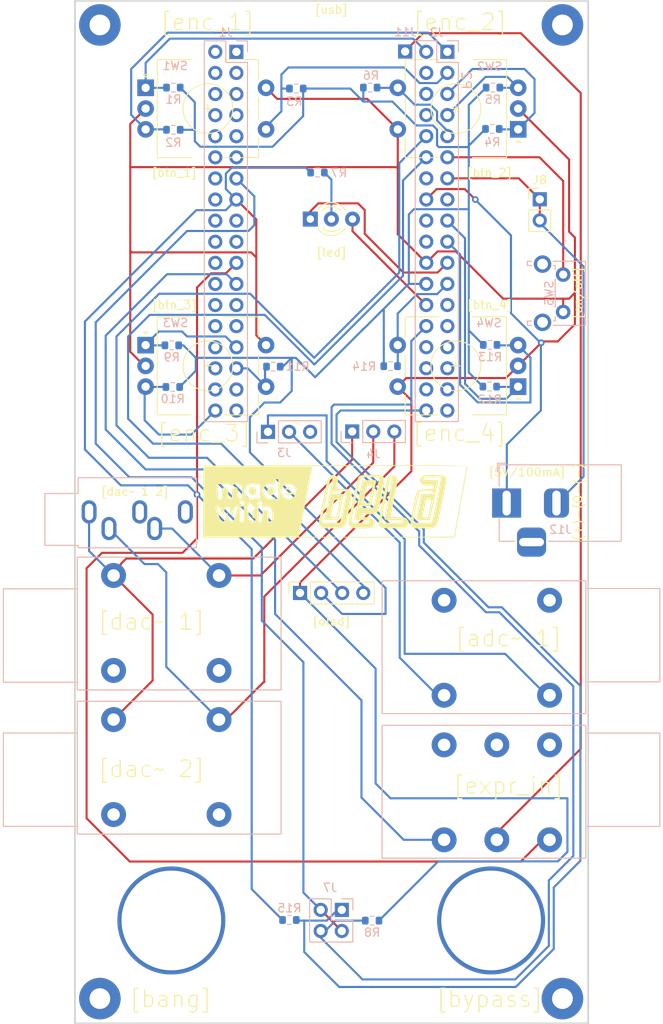
<source format=kicad_pcb>
(kicad_pcb (version 20211014) (generator pcbnew)
  (layers (0 "F.Cu" signal) (31 "B.Cu" signal) (34 "B.Paste" user) (35 "F.Paste" user) (36 "B.SilkS" user "B.Silkscreen") (37 "F.SilkS" user "F.Silkscreen") (38 "B.Mask" user) (39 "F.Mask" user) (44 "Edge.Cuts" user))
  (net 0 "")
  (net 20 "/5V")
  (net 27 "/15")
  (net 29 "/14")
  (net 30 "/1")
  (net 31 "/2")
  (net 40 "/3")
  (net 43 "/4")
  (net 45 "/5")
  (net 47 "/6")
  (net 48 "/7")
  (net 49 "/8")
  (net 50 "/9")
  (net 56 "/A0")
  (net 58 "/PB")
  (net 59 "/SCL")
  (net 60 "/11")
  (net 62 "GND")
  (net 63 "+3V3")
  (net 64 "/3.3V{slash}R")
  (net 65 "Net-(D1-Pad2)")
  (net 66 "/10")
  (net 67 "/13")
  (net 68 "/0")
  (net 69 "/SDA")
  (net 70 "/In_G")
  (net 71 "/In_L")
  (net 72 "/In_R")
  (net 73 "/Out_G")
  (net 74 "/Out_L")
  (net 75 "/Out_R")
  (net 76 "/12")
  (net 77 "/5v{slash}100mA")
  (footprint "" (layer "F.Cu") (at 121.6 36.2)
    (fp_text reference "Mounting Hole" hide)
    (fp_text value "2.5mm" hide)
  )
  (footprint "" (layer "F.Cu") (at 121.6 153.4)
    (fp_text reference "Mounting Hole" hide)
    (fp_text value "2.5mm" hide)
  )
  (footprint "" (layer "F.Cu") (at 113.01 143.995)
    (fp_text reference "Momentary Footswitch" hide)
    (fp_text value "PF4520 " hide)
  )
  (footprint "LED_THT:LED_D3.0mm-3" (layer "F.Cu") (at 91.24 59.57)
    (fp_text reference "D1" hide)
    (fp_text value "LED_Dual_AKA")
  )
  (footprint "Rotary_Encoder:RotaryEncoder_Alps_EC11E-Switch_Vertical_H20mm" (layer "F.Cu") (at 71.41 43.77)
    (fp_text reference "SW1")
    (fp_text value "RotaryEncoder_Switch")
  )
  (footprint "Rotary_Encoder:RotaryEncoder_Alps_EC11E-Switch_Vertical_H20mm" (layer "F.Cu") (at 71.41 74.74)
    (fp_text reference "SW3")
    (fp_text value "RotaryEncoder_Switch")
  )
  (footprint "Rotary_Encoder:RotaryEncoder_Alps_EC11E-Switch_Vertical_H20mm" (layer "F.Cu") (at 116.26 79.74 180)
    (fp_text reference "SW4")
    (fp_text value "RotaryEncoder_Switch")
  )
  (footprint "Rotary_Encoder:RotaryEncoder_Alps_EC11E-Switch_Vertical_H20mm" (layer "F.Cu") (at 116.27 48.77 180)
    (fp_text reference "SW2")
    (fp_text value "RotaryEncoder_Switch")
  )
  (footprint "Graphics:madewithbela" (layer "F.Cu") (at 94.07 93.59)
    (fp_text reference "G" hide)
    (fp_text value "LOGO" hide)
  )
  (footprint "Connector_PinHeader_2.54mm:PinHeader_1x02_P2.54mm_Vertical" (layer "F.Cu") (at 118.87 57.19)
    (fp_text reference "J8")
    (fp_text value "Conn_01x02_Male")
  )
  (footprint "" (layer "F.Cu") (at 65.9 153.4)
    (fp_text reference "Mounting Hole" hide)
    (fp_text value "2.5mm" hide)
  )
  (footprint "" (layer "F.Cu") (at 74.51 143.995)
    (fp_text reference "Momentary Footswitch" hide)
    (fp_text value "PF4520 " hide)
  )
  (footprint "Connector_PinSocket_2.54mm:PinSocket_1x04_P2.54mm_Vertical" (layer "F.Cu") (at 90 104.575 90)
    (fp_text reference "Brd1" hide)
    (fp_text value "SSD1306")
  )
  (footprint "" (layer "F.Cu") (at 65.9 36.2)
    (fp_text reference "Mounting Hole" hide)
    (fp_text value "2.5mm" hide)
  )
  (footprint "Connector_BarrelJack:BarrelJack_Horizontal" (layer "B.Cu") (at 114.88 93.7525 180)
    (fp_text reference "J12")
    (fp_text value "Jack-DC")
  )
  (footprint "Connector_PinSocket_2.54mm:PinSocket_1x03_P2.54mm_Vertical" (layer "B.Cu") (at 86.14 85.18 -90)
    (fp_text reference "J3")
    (fp_text value "Conn_01x03_Female")
  )
  (footprint "Resistor_SMD:R_0603_1608Metric" (layer "B.Cu") (at 74.68 79.78)
    (fp_text reference "R10")
    (fp_text value "10k")
  )
  (footprint "Resistor_SMD:R_0603_1608Metric" (layer "B.Cu") (at 98.45 43.74 180)
    (fp_text reference "R6")
    (fp_text value "10k")
  )
  (footprint "Resistor_SMD:R_0603_1608Metric" (layer "B.Cu") (at 112.84 79.73 180)
    (fp_text reference "R12")
    (fp_text value "10k")
  )
  (footprint "Connector_PinHeader_2.54mm:PinHeader_1x01_P2.54mm_Vertical" (layer "B.Cu") (at 102.66 39.4 180)
    (fp_text reference "J11")
    (fp_text value "Conn_01x01_Male")
  )
  (footprint "Resistor_SMD:R_0603_1608Metric" (layer "B.Cu") (at 89.555 43.86)
    (fp_text reference "R3")
    (fp_text value "10k")
  )
  (footprint "Resistor_SMD:R_0603_1608Metric" (layer "B.Cu") (at 113.16 48.72 180)
    (fp_text reference "R4")
    (fp_text value "10k")
  )
  (footprint "Connector_PinHeader_2.54mm:PinHeader_2x18_P2.54mm_Vertical" (layer "B.Cu") (at 107.74 39.43 180)
    (fp_text reference "J2")
    (fp_text value "Conn_02x18_Odd_Even")
  )
  (footprint "Resistor_SMD:R_0603_1608Metric" (layer "B.Cu") (at 74.75 48.82)
    (fp_text reference "R2")
    (fp_text value "10k")
  )
  (footprint "Resistor_SMD:R_0603_1608Metric" (layer "B.Cu") (at 74.56 74.77)
    (fp_text reference "R9")
    (fp_text value "10k")
  )
  (footprint "Resistor_SMD:R_0603_1608Metric" (layer "B.Cu") (at 112.89 74.71 180)
    (fp_text reference "R13")
    (fp_text value "10k")
  )
  (footprint "Resistor_SMD:R_0603_1608Metric" (layer "B.Cu") (at 113.23 43.74 180)
    (fp_text reference "R5")
    (fp_text value "10k")
  )
  (footprint "Resistor_SMD:R_0603_1608Metric" (layer "B.Cu") (at 100.91 77.27 180)
    (fp_text reference "R14")
    (fp_text value "10k")
  )
  (footprint "Resistor_SMD:R_0603_1608Metric" (layer "B.Cu") (at 98.685 144.01)
    (fp_text reference "R8")
    (fp_text value "10k")
  )
  (footprint "Connector_Audio:Jack_6.35mm_Neutrik_NRJ4HF_Horizontal" (layer "B.Cu") (at 107.35 116.885)
    (fp_text reference "J6" hide)
    (fp_text value "Input")
  )
  (footprint "Resistor_SMD:R_0603_1608Metric" (layer "B.Cu") (at 86.79 77.33)
    (fp_text reference "R11")
    (fp_text value "10k")
  )
  (footprint "Connector_Audio:Jack_6.35mm_Neutrik_NRJ4HF_Horizontal" (layer "B.Cu") (at 80.25 102.47 180)
    (fp_text reference "J5" hide)
    (fp_text value "Output L")
  )
  (footprint "Connector_PinHeader_2.54mm:PinHeader_2x18_P2.54mm_Vertical" (layer "B.Cu") (at 82.34 39.44 180)
    (fp_text reference "J1")
    (fp_text value "Conn_02x18_Odd_Even")
  )
  (footprint "Connector_Audio:Jack_3.5mm_CUI_SJ1-3535NG_Horizontal" (layer "B.Cu") (at 64.6 94.82 -90)
    (fp_text reference "Headphone Output (Stereo)" hide)
    (fp_text value "AudioJack3")
  )
  (footprint "Resistor_SMD:R_0603_1608Metric" (layer "B.Cu") (at 92.105 53.97)
    (fp_text reference "R7")
    (fp_text value "240R")
  )
  (footprint "Connector_PinHeader_2.54mm:PinHeader_2x02_P2.54mm_Vertical" (layer "B.Cu") (at 95.03 142.72 180)
    (fp_text reference "J7")
    (fp_text value "Conn_02x02_Odd_Even")
  )
  (footprint "Button_Switch_THT:SW_Tactile_SPST_Angled_PTS645Vx58-2LFS" (layer "B.Cu") (at 121.69 70.75 90)
    (fp_text reference "SW5")
    (fp_text value "SW_Push")
  )
  (footprint "Resistor_SMD:R_0603_1608Metric" (layer "B.Cu") (at 88.725 143.94 180)
    (fp_text reference "R15")
    (fp_text value "10k")
  )
  (footprint "Connector_PinSocket_2.54mm:PinSocket_1x03_P2.54mm_Vertical" (layer "B.Cu") (at 96.28 85.14 -90)
    (fp_text reference "J4")
    (fp_text value "Conn_01x03_Female")
  )
  (footprint "Connector_Audio:Jack_6.35mm_Neutrik_NRJ4HF_Horizontal" (layer "B.Cu") (at 80.25 119.815 180)
    (fp_text reference "J10" hide)
    (fp_text value "Output R")
  )
  (footprint "Connector_Audio:Jack_6.35mm_Neutrik_NRJ6HF_Horizontal" (layer "B.Cu") (at 107.35 134.285)
    (fp_text reference "J9" hide)
    (fp_text value "AudioJack3")
  )
  (footprint "Resistor_SMD:R_0603_1608Metric" (layer "B.Cu") (at 74.75 43.74)
    (fp_text reference "R1")
    (fp_text value "10k")
  )
  (gr_rect (start 124.7 33.3) (end 62.9 156.38) (layer "Edge.Cuts") (width 0.2) (fill none))
  (gr_text "P2" (at 109.3635 44.071 -90) (layer "B.SilkS") (effects (font (size 1.1176 1.1176) (thickness 0.1524)) (justify left bottom mirror)))
  (gr_text "[btn_1]" (at 74.86 54) (layer "F.SilkS") (effects (font (size 1 1))))
  (gr_text "[btn_2]" (at 112.82 54) (layer "F.SilkS") (effects (font (size 1 1))))
  (gr_text "[oled]" (at 93.79 108) (layer "F.SilkS") (effects (font (size 1 1))))
  (gr_text "[dac~ 1 2]" (at 70.11 92.36) (layer "F.SilkS") (effects (font (size 1 1))))
  (gr_text "[5V/100mA] \n" (at 117.725 90.025) (layer "F.SilkS") (effects (font (size 1 1))))
  (gr_text "[bang]" (at 74.43 153.43) (layer "F.SilkS") (effects (font (size 2 2))))
  (gr_text "[enc_2]" (at 109.27 35.84) (layer "F.SilkS") (effects (font (size 2 2))))
  (gr_text "(+)-(O-(-)" (at 123.475 93.625 90) (layer "F.SilkS") (effects (font (size 1 1))))
  (gr_text "[usb]" (at 93.78 34.35) (layer "F.SilkS") (effects (font (size 1 1))))
  (gr_text "[enc_3]" (at 78.45 85.35) (layer "F.SilkS") (effects (font (size 2 2))))
  (gr_text "[bypass]\n" (at 112.83 153.43) (layer "F.SilkS") (effects (font (size 2 2))))
  (gr_text "[adc~ 1]" (at 115.1 110) (layer "F.SilkS") (effects (font (size 2 2))))
  (gr_text "[dac~ 1]" (at 72.1 108) (layer "F.SilkS") (effects (font (size 2 2))))
  (gr_text "[led]" (at 93.79 63.6) (layer "F.SilkS") (effects (font (size 1 1))))
  (gr_text "[dac~ 2]" (at 72.1 125.75) (layer "F.SilkS") (effects (font (size 2 2))))
  (gr_text "[enc_4]" (at 109.2 85.3) (layer "F.SilkS") (effects (font (size 2 2))))
  (gr_text "[enc_1]" (at 78.86 35.84) (layer "F.SilkS") (effects (font (size 2 2))))
  (gr_text "[btn_3]" (at 74.88 69.9) (layer "F.SilkS") (effects (font (size 1 1))))
  (gr_text "[on/off]" (at 123.48 68.47 90) (layer "F.SilkS") (effects (font (size 1 1))))
  (gr_text "[expr_in]" (at 115.1 127.76) (layer "F.SilkS") (effects (font (size 2 2))))
  (gr_text "[btn_4]" (at 112.84 69.9) (layer "F.SilkS") (effects (font (size 1 1))))
  (segment (start 66.6 75) (end 66.6 73.6) (width 0.25) (layer "B.Cu") (net 20))
  (segment (start 66.6 73.6) (end 73.994511 66.205489) (width 0.25) (layer "B.Cu") (net 20))
  (segment (start 71.4 89.7) (end 66.6 84.9) (width 0.25) (layer "B.Cu") (net 20))
  (segment (start 102.485 134.285) (end 97.4 129.2) (width 0.25) (layer "B.Cu") (net 20))
  (segment (start 97.4 129.2) (end 97.4 117.5) (width 0.25) (layer "B.Cu") (net 20))
  (segment (start 81.165489 66.205489) (end 82.34 67.38) (width 0.25) (layer "B.Cu") (net 20))
  (segment (start 97.4 117.5) (end 87 107.1) (width 0.25) (layer "B.Cu") (net 20))
  (segment (start 87 107.1) (end 87 98.2) (width 0.25) (layer "B.Cu") (net 20))
  (segment (start 107.35 134.285) (end 102.485 134.285) (width 0.25) (layer "B.Cu") (net 20))
  (segment (start 66.6 84.9) (end 66.6 74.9) (width 0.25) (layer "B.Cu") (net 20))
  (segment (start 78.5 89.7) (end 71.4 89.7) (width 0.25) (layer "B.Cu") (net 20))
  (segment (start 87 98.2) (end 78.5 89.7) (width 0.25) (layer "B.Cu") (net 20))
  (segment (start 73.994511 66.205489) (end 81.165489 66.205489) (width 0.25) (layer "B.Cu") (net 20))
  (segment (start 76.4 73.7) (end 75.8 73.1) (width 0.25) (layer "B.Cu") (net 27))
  (segment (start 82.34 75) (end 81.04 73.7) (width 0.25) (layer "B.Cu") (net 27))
  (segment (start 81.04 73.7) (end 76.4 73.7) (width 0.25) (layer "B.Cu") (net 27))
  (segment (start 75.8 73.1) (end 73 73.1) (width 0.25) (layer "B.Cu") (net 27))
  (segment (start 71.41 74.69) (end 71.41 74.74) (width 0.25) (layer "B.Cu") (net 27))
  (segment (start 73 73.1) (end 71.41 74.69) (width 0.25) (layer "B.Cu") (net 27))
  (segment (start 71.29 74.77) (end 73.735 74.77) (width 0.25) (layer "B.Cu") (net 27))
  (segment (start 85.79 79.77) (end 85.79 77.505) (width 0.25) (layer "B.Cu") (net 29))
  (segment (start 85.91 79.74) (end 83.71 77.54) (width 0.25) (layer "B.Cu") (net 29))
  (segment (start 83.71 77.54) (end 82.34 77.54) (width 0.25) (layer "B.Cu") (net 29))
  (segment (start 85.79 77.505) (end 85.965 77.33) (width 0.25) (layer "B.Cu") (net 29))
  (segment (start 71.41 48.77) (end 73.875 48.77) (width 0.25) (layer "B.Cu") (net 30))
  (segment (start 69.67 41.5) (end 74.04 37.13) (width 0.25) (layer "B.Cu") (net 30))
  (segment (start 69.67 47.03) (end 69.67 41.5) (width 0.25) (layer "B.Cu") (net 30))
  (segment (start 105.44 37.13) (end 107.74 39.43) (width 0.25) (layer "B.Cu") (net 30))
  (segment (start 71.41 48.77) (end 69.67 47.03) (width 0.25) (layer "B.Cu") (net 30))
  (segment (start 74.04 37.13) (end 105.44 37.13) (width 0.25) (layer "B.Cu") (net 30))
  (segment (start 73.875 48.77) (end 73.925 48.82) (width 0.25) (layer "B.Cu") (net 30))
  (segment (start 87.76 46.6) (end 87.76 43.76) (width 0.25) (layer "B.Cu") (net 31))
  (segment (start 106.51 43.2) (end 107.74 41.97) (width 0.25) (layer "B.Cu") (net 31))
  (segment (start 85.91 48.45) (end 87.76 46.6) (width 0.25) (layer "B.Cu") (net 31))
  (segment (start 85.91 48.77) (end 85.91 48.45) (width 0.25) (layer "B.Cu") (net 31))
  (segment (start 87.76 42.17) (end 88.61 41.32) (width 0.25) (layer "B.Cu") (net 31))
  (segment (start 87.76 43.76) (end 87.76 42.17) (width 0.25) (layer "B.Cu") (net 31))
  (segment (start 88.61 41.32) (end 102.52 41.32) (width 0.25) (layer "B.Cu") (net 31))
  (segment (start 104.4 43.2) (end 106.51 43.2) (width 0.25) (layer "B.Cu") (net 31))
  (segment (start 88.73 43.86) (end 87.86 43.86) (width 0.25) (layer "B.Cu") (net 31))
  (segment (start 87.86 43.86) (end 87.76 43.76) (width 0.25) (layer "B.Cu") (net 31))
  (segment (start 102.52 41.32) (end 104.4 43.2) (width 0.25) (layer "B.Cu") (net 31))
  (segment (start 116.27 48.77) (end 118.24 46.8) (width 0.25) (layer "B.Cu") (net 40))
  (segment (start 110.75 41.5) (end 107.74 44.51) (width 0.25) (layer "B.Cu") (net 40))
  (segment (start 116.27 48.77) (end 114.035 48.77) (width 0.25) (layer "B.Cu") (net 40))
  (segment (start 117.02 41.5) (end 110.75 41.5) (width 0.25) (layer "B.Cu") (net 40))
  (segment (start 114.035 48.77) (end 113.985 48.72) (width 0.25) (layer "B.Cu") (net 40))
  (segment (start 118.24 46.8) (end 118.24 42.72) (width 0.25) (layer "B.Cu") (net 40))
  (segment (start 118.24 42.72) (end 117.02 41.5) (width 0.25) (layer "B.Cu") (net 40))
  (segment (start 114.085 43.77) (end 114.055 43.74) (width 0.25) (layer "B.Cu") (net 43))
  (segment (start 116.27 43.77) (end 114.085 43.77) (width 0.25) (layer "B.Cu") (net 43))
  (segment (start 112.34 42.45) (end 107.74 47.05) (width 0.25) (layer "B.Cu") (net 43))
  (segment (start 116.27 43.77) (end 114.95 42.45) (width 0.25) (layer "B.Cu") (net 43))
  (segment (start 114.95 42.45) (end 112.34 42.45) (width 0.25) (layer "B.Cu") (net 43))
  (segment (start 106.5 47.7) (end 107.74 48.94) (width 0.25) (layer "B.Cu") (net 45))
  (segment (start 106.5 46.62899) (end 106.5 47.7) (width 0.25) (layer "B.Cu") (net 45))
  (segment (start 101.77 43.77) (end 99.305 43.77) (width 0.25) (layer "B.Cu") (net 45))
  (segment (start 103.8 45.8) (end 105.7 45.8) (width 0.25) (layer "B.Cu") (net 45))
  (segment (start 99.305 43.77) (end 99.275 43.74) (width 0.25) (layer "B.Cu") (net 45))
  (segment (start 105.7 45.8) (end 106.5 46.6) (width 0.25) (layer "B.Cu") (net 45))
  (segment (start 107.74 48.94) (end 107.74 49.59) (width 0.25) (layer "B.Cu") (net 45))
  (segment (start 101.77 43.77) (end 103.8 45.8) (width 0.25) (layer "B.Cu") (net 45))
  (segment (start 109.87048 79.40048) (end 109.87048 61.88048) (width 0.25) (layer "B.Cu") (net 47))
  (segment (start 114.84 81.2) (end 111.67 81.2) (width 0.25) (layer "B.Cu") (net 47))
  (segment (start 111.67 81.2) (end 109.87048 79.40048) (width 0.25) (layer "B.Cu") (net 47))
  (segment (start 113.665 79.73) (end 113.705 79.77) (width 0.25) (layer "B.Cu") (net 47))
  (segment (start 116.27 79.77) (end 114.84 81.2) (width 0.25) (layer "B.Cu") (net 47))
  (segment (start 113.705 79.77) (end 116.27 79.77) (width 0.25) (layer "B.Cu") (net 47))
  (segment (start 109.87048 61.88048) (end 107.74 59.75) (width 0.25) (layer "B.Cu") (net 47))
  (segment (start 117.75 81.64952) (end 111.413802 81.64952) (width 0.25) (layer "B.Cu") (net 48))
  (segment (start 113.715 74.71) (end 113.775 74.77) (width 0.25) (layer "B.Cu") (net 48))
  (segment (start 111.413802 81.64952) (end 109.28 79.515718) (width 0.25) (layer "B.Cu") (net 48))
  (segment (start 109.28 79.515718) (end 109.28 63.83) (width 0.25) (layer "B.Cu") (net 48))
  (segment (start 109.28 63.83) (end 107.74 62.29) (width 0.25) (layer "B.Cu") (net 48))
  (segment (start 116.27 74.77) (end 117.75 76.25) (width 0.25) (layer "B.Cu") (net 48))
  (segment (start 117.75 76.25) (end 117.75 81.64952) (width 0.25) (layer "B.Cu") (net 48))
  (segment (start 113.775 74.77) (end 116.27 74.77) (width 0.25) (layer "B.Cu") (net 48))
  (segment (start 92.2 57.68) (end 91.24 58.64) (width 0.25) (layer "F.Cu") (net 49))
  (segment (start 91.24 58.64) (end 91.24 59.57) (width 0.25) (layer "F.Cu") (net 49))
  (segment (start 107.74 64.83) (end 106.565489 66.004511) (width 0.25) (layer "F.Cu") (net 49))
  (segment (start 97.79 58.48) (end 96.99 57.68) (width 0.25) (layer "F.Cu") (net 49))
  (segment (start 102.454511 66.004511) (end 97.79 61.34) (width 0.25) (layer "F.Cu") (net 49))
  (segment (start 106.565489 66.004511) (end 102.454511 66.004511) (width 0.25) (layer "F.Cu") (net 49))
  (segment (start 97.79 61.34) (end 97.79 58.48) (width 0.25) (layer "F.Cu") (net 49))
  (segment (start 96.99 57.68) (end 92.2 57.68) (width 0.25) (layer "F.Cu") (net 49))
  (segment (start 101.77 77.235) (end 101.735 77.27) (width 0.25) (layer "B.Cu") (net 50))
  (segment (start 101.77 74.77) (end 101.77 77.235) (width 0.25) (layer "B.Cu") (net 50))
  (segment (start 101.76 74.74) (end 101.76 70.94) (width 0.25) (layer "B.Cu") (net 50))
  (segment (start 104.1 68.6) (end 106.51 68.6) (width 0.25) (layer "B.Cu") (net 50))
  (segment (start 106.51 68.6) (end 107.74 67.37) (width 0.25) (layer "B.Cu") (net 50))
  (segment (start 101.76 70.94) (end 104.1 68.6) (width 0.25) (layer "B.Cu") (net 50))
  (segment (start 102.7 39.4) (end 102.7 39.3) (width 0.25) (layer "F.Cu") (net 56))
  (segment (start 102.7 39.3) (end 104.8 37.2) (width 0.25) (layer "F.Cu") (net 56))
  (segment (start 116.6 37.2) (end 123.8 44.4) (width 0.25) (layer "F.Cu") (net 56))
  (segment (start 123.8 44.4) (end 123.8 123.335) (width 0.25) (layer "F.Cu") (net 56))
  (segment (start 123.8 123.335) (end 112.85 134.285) (width 0.25) (layer "F.Cu") (net 56))
  (segment (start 104.8 37.2) (end 116.6 37.2) (width 0.25) (layer "F.Cu") (net 56))
  (segment (start 121.69 66.25) (end 121.69 54.99) (width 0.25) (layer "F.Cu") (net 58))
  (segment (start 118.83 52.13) (end 107.74 52.13) (width 0.25) (layer "F.Cu") (net 58))
  (segment (start 121.69 54.99) (end 118.83 52.13) (width 0.25) (layer "F.Cu") (net 58))
  (segment (start 67.9 73.7) (end 73.045489 68.554511) (width 0.25) (layer "B.Cu") (net 59))
  (segment (start 91.7 76.264282) (end 101.95048 66.013802) (width 0.25) (layer "B.Cu") (net 59))
  (segment (start 78.805 88.3) (end 71.8 88.3) (width 0.25) (layer "B.Cu") (net 59))
  (segment (start 73.045489 68.554511) (end 83.990229 68.554511) (width 0.25) (layer "B.Cu") (net 59))
  (segment (start 95.08 104.575) (end 78.805 88.3) (width 0.25) (layer "B.Cu") (net 59))
  (segment (start 101.95048 52.83952) (end 105.2 49.59) (width 0.25) (layer "B.Cu") (net 59))
  (segment (start 83.990229 68.554511) (end 91.7 76.264282) (width 0.25) (layer "B.Cu") (net 59))
  (segment (start 71.8 88.3) (end 67.9 84.4) (width 0.25) (layer "B.Cu") (net 59))
  (segment (start 101.95048 66.013802) (end 101.95048 52.83952) (width 0.25) (layer "B.Cu") (net 59))
  (segment (start 67.9 84.4) (end 67.9 73.7) (width 0.25) (layer "B.Cu") (net 59))
  (segment (start 93.8 82.2) (end 93.8 86.617859) (width 0.25) (layer "B.Cu") (net 60))
  (segment (start 92.49 145.26) (end 93.03 145.26) (width 0.25) (layer "B.Cu") (net 60))
  (segment (start 104.34952 98.84952) (end 112.4 106.9) (width 0.25) (layer "B.Cu") (net 60))
  (segment (start 103.3 81.9) (end 94.1 81.9) (width 0.25) (layer "B.Cu") (net 60))
  (segment (start 119.96 139.17) (end 119.96 147.05) (width 0.25) (layer "B.Cu") (net 60))
  (segment (start 94.1 81.9) (end 93.8 82.2) (width 0.25) (layer "B.Cu") (net 60))
  (segment (start 103.4 74.25) (end 103.4 81.8) (width 0.25) (layer "B.Cu") (net 60))
  (segment (start 115.92 151.09) (end 97.52 151.09) (width 0.25) (layer "B.Cu") (net 60))
  (segment (start 122.91 136.22) (end 119.96 139.17) (width 0.25) (layer "B.Cu") (net 60))
  (segment (start 104.34952 97.167379) (end 104.34952 98.84952) (width 0.25) (layer "B.Cu") (net 60))
  (segment (start 94.28 144.01) (end 97.86 144.01) (width 0.25) (layer "B.Cu") (net 60))
  (segment (start 92.49 146.06) (end 92.49 145.26) (width 0.25) (layer "B.Cu") (net 60))
  (segment (start 93.8 86.617859) (end 104.34952 97.167379) (width 0.25) (layer "B.Cu") (net 60))
  (segment (start 97.52 151.09) (end 92.49 146.06) (width 0.25) (layer "B.Cu") (net 60))
  (segment (start 112.4 106.9) (end 114 106.9) (width 0.25) (layer "B.Cu") (net 60))
  (segment (start 122.91 115.81) (end 122.91 136.22) (width 0.25) (layer "B.Cu") (net 60))
  (segment (start 93.03 145.26) (end 94.28 144.01) (width 0.25) (layer "B.Cu") (net 60))
  (segment (start 114 106.9) (end 122.91 115.81) (width 0.25) (layer "B.Cu") (net 60))
  (segment (start 105.2 72.45) (end 103.4 74.25) (width 0.25) (layer "B.Cu") (net 60))
  (segment (start 119.96 147.05) (end 115.92 151.09) (width 0.25) (layer "B.Cu") (net 60))
  (segment (start 103.4 81.8) (end 103.3 81.9) (width 0.25) (layer "B.Cu") (net 60))
  (segment (start 84.74 65) (end 84.74 64.09) (width 0.25) (layer "F.Cu") (net 62))
  (segment (start 119.045 74.455) (end 119.2 74.3) (width 0.25) (layer "F.Cu") (net 62))
  (segment (start 71.29 77.27) (end 69.56 75.54) (width 0.25) (layer "F.Cu") (net 62))
  (segment (start 106.45 55.96) (end 105.2 57.21) (width 0.25) (layer "F.Cu") (net 62))
  (segment (start 81.08 66.1) (end 79.3 66.1) (width 0.25) (layer "F.Cu") (net 62))
  (segment (start 103.41 81.39) (end 101.76 79.74) (width 0.25) (layer "F.Cu") (net 62))
  (segment (start 111.11 57.22) (end 109.85 55.96) (width 0.25) (layer "F.Cu") (net 62))
  (segment (start 77.6 92.73) (end 77.6 90.6) (width 0.25) (layer "F.Cu") (net 62))
  (segment (start 119.2 74.3) (end 121.03 74.3) (width 0.25) (layer "F.Cu") (net 62))
  (segment (start 121.566134 69.15) (end 122.4 69.15) (width 0.25) (layer "F.Cu") (net 62))
  (segment (start 121.69 69.273866) (end 121.566134 69.15) (width 0.25) (layer "F.Cu") (net 62))
  (segment (start 69.75 63.58) (end 69.56 63.39) (width 0.25) (layer "F.Cu") (net 62))
  (segment (start 84.28 53.32) (end 69.56 53.32) (width 0.25) (layer "F.Cu") (net 62))
  (segment (start 69.56 48.12) (end 71.41 46.27) (width 0.25) (layer "F.Cu") (net 62))
  (segment (start 114.795489 78.704511) (end 116.26 77.24) (width 0.25) (layer "F.Cu") (net 62))
  (segment (start 85.91 53.32) (end 101.62 53.32) (width 0.25) (layer "F.Cu") (net 62))
  (segment (start 85.91 43.77) (end 87.24 45.1) (width 0.25) (layer "F.Cu") (net 62))
  (segment (start 69.56 60.34) (end 69.56 53.32) (width 0.25) (layer "F.Cu") (net 62))
  (segment (start 69.56 75.54) (end 69.56 68.11) (width 0.25) (layer "F.Cu") (net 62))
  (segment (start 64.3 131.7) (end 64.3 101.6) (width 0.25) (layer "F.Cu") (net 62))
  (segment (start 103.41 89.92) (end 103.41 81.39) (width 0.25) (layer "F.Cu") (net 62))
  (segment (start 101.76 79.74) (end 102.795489 78.704511) (width 0.25) (layer "F.Cu") (net 62))
  (segment (start 121.69 70.75) (end 121.69 69.273866) (width 0.25) (layer "F.Cu") (net 62))
  (segment (start 84.12 63.58) (end 69.75 63.58) (width 0.25) (layer "F.Cu") (net 62))
  (segment (start 108.765489 63.464511) (end 114.450978 69.15) (width 0.25) (layer "F.Cu") (net 62))
  (segment (start 64.3 101.6) (end 66.16 99.74) (width 0.25) (layer "F.Cu") (net 62))
  (segment (start 84.73 64.19) (end 84.12 63.58) (width 0.25) (layer "F.Cu") (net 62))
  (segment (start 109.85 55.96) (end 106.45 55.96) (width 0.25) (layer "F.Cu") (net 62))
  (segment (start 114.450978 69.15) (end 122.4 69.15) (width 0.25) (layer "F.Cu") (net 62))
  (segment (start 108.765489 63.464511) (end 106.565489 63.464511) (width 0.25) (layer "F.Cu") (net 62))
  (segment (start 101.77 53.47) (end 101.77 61.4) (width 0.25) (layer "F.Cu") (net 62))
  (segment (start 122.4 57.35) (end 122.4 53.38) (width 0.25) (layer "F.Cu") (net 62))
  (segment (start 69.56 66.34) (end 69.56 63.39) (width 0.25) (layer "F.Cu") (net 62))
  (segment (start 69.56 63.39) (end 69.56 60.79) (width 0.25) (layer "F.Cu") (net 62))
  (segment (start 121.03 74.3) (end 123.1 72.23) (width 0.25) (layer "F.Cu") (net 62))
  (segment (start 84.74 59.62) (end 82.34 57.22) (width 0.25) (layer "F.Cu") (net 62))
  (segment (start 69.5 136.9) (end 64.3 131.7) (width 0.25) (layer "F.Cu") (net 62))
  (segment (start 84.74 73.57) (end 84.74 65) (width 0.25) (layer "F.Cu") (net 62))
  (segment (start 79.3 66.1) (end 77.6 67.8) (width 0.25) (layer "F.Cu") (net 62))
  (segment (start 101.77 48.77) (end 101.77 53.47) (width 0.25) (layer "F.Cu") (net 62))
  (segment (start 82.34 64.84) (end 81.08 66.1) (width 0.25) (layer "F.Cu") (net 62))
  (segment (start 101.62 53.32) (end 101.77 53.47) (width 0.25) (layer "F.Cu") (net 62))
  (segment (start 77.6 67.8) (end 77.6 90.7) (width 0.25) (layer "F.Cu") (net 62))
  (segment (start 122.4 61.09) (end 122.4 57.36) (width 0.25) (layer "F.Cu") (net 62))
  (segment (start 116.26 77.24) (end 119.045 74.455) (width 0.25) (layer "F.Cu") (net 62))
  (segment (start 87.24 45.1) (end 98.1 45.1) (width 0.25) (layer "F.Cu") (net 62))
  (segment (start 106.565489 63.464511) (end 105.2 64.83) (width 0.25) (layer "F.Cu") (net 62))
  (segment (start 69.56 68.11) (end 69.56 66.34) (width 0.25) (layer "F.Cu") (net 62))
  (segment (start 66.16 99.74) (end 75.86 99.74) (width 0.25) (layer "F.Cu") (net 62))
  (segment (start 119.2 134.285) (end 116.585 136.9) (width 0.25) (layer "F.Cu") (net 62))
  (segment (start 69.56 53.32) (end 69.56 48.12) (width 0.25) (layer "F.Cu") (net 62))
  (segment (start 116.27 46.27) (end 122.4 52.4) (width 0.25) (layer "F.Cu") (net 62))
  (segment (start 90 103.33) (end 103.41 89.92) (width 0.25) (layer "F.Cu") (net 62))
  (segment (start 123.1 68.45) (end 123.1 61.79) (width 0.25) (layer "F.Cu") (net 62))
  (segment (start 75.86 99.74) (end 77.6 98) (width 0.25) (layer "F.Cu") (net 62))
  (segment (start 84.28 53.32) (end 85.91 53.32) (width 0.25) (layer "F.Cu") (net 62))
  (segment (start 84.74 64.13) (end 84.74 59.62) (width 0.25) (layer "F.Cu") (net 62))
  (segment (start 116.585 136.9) (end 69.5 136.9) (width 0.25) (layer "F.Cu") (net 62))
  (segment (start 123.1 61.79) (end 122.4 61.09) (width 0.25) (layer "F.Cu") (net 62))
  (segment (start 98.1 45.1) (end 101.77 48.77) (width 0.25) (layer "F.Cu") (net 62))
  (segment (start 90 104.575) (end 90 103.33) (width 0.25) (layer "F.Cu") (net 62))
  (segment (start 122.4 69.15) (end 123.1 68.45) (width 0.25) (layer "F.Cu") (net 62))
  (segment (start 85.91 74.74) (end 84.74 73.57) (width 0.25) (layer "F.Cu") (net 62))
  (segment (start 102.795489 78.704511) (end 114.795489 78.704511) (width 0.25) (layer "F.Cu") (net 62))
  (segment (start 77.6 98) (end 77.6 92.73) (width 0.25) (layer "F.Cu") (net 62))
  (segment (start 122.4 52.4) (end 122.4 53.38) (width 0.25) (layer "F.Cu") (net 62))
  (segment (start 123.1 72.23) (end 123.1 68.45) (width 0.25) (layer "F.Cu") (net 62))
  (segment (start 101.77 61.4) (end 105.2 64.83) (width 0.25) (layer "F.Cu") (net 62))
  (segment (start 69.56 60.79) (end 69.56 60.34) (width 0.25) (layer "F.Cu") (net 62))
  (via (at 77.6 92.73) (size 0.8) (drill 0.4) (layers "F.Cu" "B.Cu") (net 62))
  (via (at 111.11 57.22) (size 0.8) (drill 0.4) (layers "F.Cu" "B.Cu") (net 62))
  (via (at 119.045 74.455) (size 0.8) (drill 0.4) (layers "F.Cu" "B.Cu") (net 62))
  (segment (start 84.18 140.22) (end 84.18 99.29) (width 0.25) (layer "B.Cu") (net 62))
  (segment (start 119 74.5) (end 115.4 70.9) (width 0.25) (layer "B.Cu") (net 62))
  (segment (start 119 82.6) (end 119 74.5) (width 0.25) (layer "B.Cu") (net 62))
  (segment (start 81.06 58.5) (end 82.34 57.22) (width 0.25) (layer "B.Cu") (net 62))
  (segment (start 114.9 86.7) (end 119 82.6) (width 0.25) (layer "B.Cu") (net 62))
  (segment (start 81.778012 53.39) (end 81.07 54.098012) (width 0.25) (layer "B.Cu") (net 62))
  (segment (start 99.1 127.5) (end 100.89 129.29) (width 0.25) (layer "B.Cu") (net 62))
  (segment (start 106.64 136.88) (end 99.51 144.01) (width 0.25) (layer "B.Cu") (net 62))
  (segment (start 87.9 143.94) (end 84.18 140.22) (width 0.25) (layer "B.Cu") (net 62))
  (segment (start 114.9 93.8) (end 114.9 86.7) (width 0.25) (layer "B.Cu") (net 62))
  (segment (start 64.1 87.3) (end 64.1 71.9) (width 0.25) (layer "B.Cu") (net 62))
  (segment (start 68.42 91.62) (end 64.1 87.3) (width 0.25) (layer "B.Cu") (net 62))
  (segment (start 122.2 135.73) (end 121.05 136.88) (width 0.25) (layer "B.Cu") (net 62))
  (segment (start 115.4 61.53) (end 111.1 57.23) (width 0.25) (layer "B.Cu") (net 62))
  (segment (start 122.19 129.29) (end 122.2 129.3) (width 0.25) (layer "B.Cu") (net 62))
  (segment (start 77.5 58.5) (end 81.06 58.5) (width 0.25) (layer "B.Cu") (net 62))
  (segment (start 91.28 53.97) (end 90.7 53.39) (width 0.25) (layer "B.Cu") (net 62))
  (segment (start 100.89 129.29) (end 122.19 129.29) (width 0.25) (layer "B.Cu") (net 62))
  (segment (start 121.05 136.88) (end 106.64 136.88) (width 0.25) (layer "B.Cu") (net 62))
  (segment (start 81.07 55.95) (end 82.34 57.22) (width 0.25) (layer "B.Cu") (net 62))
  (segment (start 81.07 54.098012) (end 81.07 55.95) (width 0.25) (layer "B.Cu") (net 62))
  (segment (start 111.1 57.23) (end 111.1 57.21) (width 0.25) (layer "B.Cu") (net 62))
  (segment (start 90 104.575) (end 99.1 113.675) (width 0.25) (layer "B.Cu") (net 62))
  (segment (start 84.18 99.29) (end 76.51 91.62) (width 0.25) (layer "B.Cu") (net 62))
  (segment (start 122.2 129.3) (end 122.2 135.73) (width 0.25) (layer "B.Cu") (net 62))
  (segment (start 99.1 113.675) (end 99.1 127.5) (width 0.25) (layer "B.Cu") (net 62))
  (segment (start 90.7 53.39) (end 81.778012 53.39) (width 0.25) (layer "B.Cu") (net 62))
  (segment (start 64.1 71.9) (end 77.5 58.5) (width 0.25) (layer "B.Cu") (net 62))
  (segment (start 76.51 91.62) (end 68.42 91.62) (width 0.25) (layer "B.Cu") (net 62))
  (segment (start 115.4 70.9) (end 115.4 61.53) (width 0.25) (layer "B.Cu") (net 62))
  (segment (start 92.49 142.72) (end 95.03 145.26) (width 0.25) (layer "F.Cu") (net 63))
  (segment (start 84.5 60.3) (end 84.5 56.84) (width 0.25) (layer "B.Cu") (net 63))
  (segment (start 84.5 56.84) (end 82.34 54.68) (width 0.25) (layer "B.Cu") (net 63))
  (segment (start 83.8 61) (end 84.5 60.3) (width 0.25) (layer "B.Cu") (net 63))
  (segment (start 85.4 99.1) (end 76.95 90.65) (width 0.25) (layer "B.Cu") (net 63))
  (segment (start 76.95 90.65) (end 69.45 90.65) (width 0.25) (layer "B.Cu") (net 63))
  (segment (start 92.49 142.72) (end 90.41 140.64) (width 0.25) (layer "B.Cu") (net 63))
  (segment (start 90.41 140.64) (end 90.41 112.91) (width 0.25) (layer "B.Cu") (net 63))
  (segment (start 90.41 112.91) (end 85.4 107.9) (width 0.25) (layer "B.Cu") (net 63))
  (segment (start 65.4 72) (end 76.4 61) (width 0.25) (layer "B.Cu") (net 63))
  (segment (start 65.4 73.7) (end 65.4 72) (width 0.25) (layer "B.Cu") (net 63))
  (segment (start 65.4 86.6) (end 65.4 73.5) (width 0.25) (layer "B.Cu") (net 63))
  (segment (start 76.4 61) (end 83.8 61) (width 0.25) (layer "B.Cu") (net 63))
  (segment (start 85.4 107.9) (end 85.4 99.1) (width 0.25) (layer "B.Cu") (net 63))
  (segment (start 69.45 90.65) (end 65.4 86.6) (width 0.25) (layer "B.Cu") (net 63))
  (segment (start 97.715 72.735) (end 100.02 70.43) (width 0.25) (layer "B.Cu") (net 64))
  (segment (start 110.32 66.11) (end 110.32 63.57) (width 0.25) (layer "B.Cu") (net 64))
  (segment (start 77.45 76.31) (end 77.45 77.835) (width 0.25) (layer "B.Cu") (net 64))
  (segment (start 110.32 66.11) (end 110.32 72.67) (width 0.25) (layer "B.Cu") (net 64))
  (segment (start 100.095 70.365) (end 103.05 67.41) (width 0.25) (layer "B.Cu") (net 64))
  (segment (start 110.32 58.38) (end 110.32 53.3) (width 0.25) (layer "B.Cu") (net 64))
  (segment (start 110.32 51.12) (end 110.32 45.825) (width 0.25) (layer "B.Cu") (net 64))
  (segment (start 97.625 45.425) (end 96.06 43.86) (width 0.25) (layer "B.Cu") (net 64))
  (segment (start 83.96 83.41) (end 85.72 81.65) (width 0.25) (layer "B.Cu") (net 64))
  (segment (start 110.32 50.88) (end 110.32 50.735) (width 0.25) (layer "B.Cu") (net 64))
  (segment (start 110.32 72.67) (end 110.32 72.965) (width 0.25) (layer "B.Cu") (net 64))
  (segment (start 86.69 50.86) (end 90.38 47.17) (width 0.25) (layer "B.Cu") (net 64))
  (segment (start 110.32 58.38) (end 110.315489 58.384511) (width 0.25) (layer "B.Cu") (net 64))
  (segment (start 77.33 45.495) (end 77.33 48.78) (width 0.25) (layer "B.Cu") (net 64))
  (segment (start 89.49 76.27) (end 89 76.27) (width 0.25) (layer "B.Cu") (net 64))
  (segment (start 90.38 47.17) (end 90.38 43.86) (width 0.25) (layer "B.Cu") (net 64))
  (segment (start 106.7 50.9) (end 110.3 50.9) (width 0.25) (layer "B.Cu") (net 64))
  (segment (start 103.715489 58.384511) (end 103.1 59) (width 0.25) (layer "B.Cu") (net 64))
  (segment (start 97.625 43.74) (end 97.625 45.425) (width 0.25) (layer "B.Cu") (net 64))
  (segment (start 106.5 50.7) (end 106.7 50.9) (width 0.25) (layer "B.Cu") (net 64))
  (segment (start 97.45 72.97) (end 97.685 72.735) (width 0.25) (layer "B.Cu") (net 64))
  (segment (start 77.45 77.835) (end 75.505 79.78) (width 0.25) (layer "B.Cu") (net 64))
  (segment (start 85.72 81.65) (end 87.61 81.65) (width 0.25) (layer "B.Cu") (net 64))
  (segment (start 97.625 45.425) (end 101.125 45.425) (width 0.25) (layer "B.Cu") (net 64))
  (segment (start 101.125 45.425) (end 104 48.3) (width 0.25) (layer "B.Cu") (net 64))
  (segment (start 75.96 74.77) (end 77.47 76.28) (width 0.25) (layer "B.Cu") (net 64))
  (segment (start 75.385 74.77) (end 75.96 74.77) (width 0.25) (layer "B.Cu") (net 64))
  (segment (start 100.3 107.1) (end 100.3 103.98) (width 0.25) (layer "B.Cu") (net 64))
  (segment (start 83.96 87.64) (end 83.96 83.41) (width 0.25) (layer "B.Cu") (net 64))
  (segment (start 110.32 45.825) (end 112.405 43.74) (width 0.25) (layer "B.Cu") (net 64))
  (segment (start 77.29 48.82) (end 77.33 48.78) (width 0.25) (layer "B.Cu") (net 64))
  (segment (start 104 48.3) (end 106 48.3) (width 0.25) (layer "B.Cu") (net 64))
  (segment (start 97.47 72.95) (end 91.82 78.6) (width 0.25) (layer "B.Cu") (net 64))
  (segment (start 75.575 43.74) (end 77.33 45.495) (width 0.25) (layer "B.Cu") (net 64))
  (segment (start 89 76.27) (end 84.27 76.27) (width 0.25) (layer "B.Cu") (net 64))
  (segment (start 106.5 48.8) (end 106.5 50.7) (width 0.25) (layer "B.Cu") (net 64))
  (segment (start 78 50.86) (end 86.69 50.86) (width 0.25) (layer "B.Cu") (net 64))
  (segment (start 110.32 63.57) (end 110.32 58.38) (width 0.25) (layer "B.Cu") (net 64))
  (segment (start 110.32 72.67) (end 110.32 78.035) (width 0.25) (layer "B.Cu") (net 64))
  (segment (start 95.065 107.1) (end 100.3 107.1) (width 0.25) (layer "B.Cu") (net 64))
  (segment (start 97.685 72.735) (end 97.715 72.735) (width 0.25) (layer "B.Cu") (net 64))
  (segment (start 110.3 50.9) (end 110.32 50.88) (width 0.25) (layer "B.Cu") (net 64))
  (segment (start 100.3 103.98) (end 83.96 87.64) (width 0.25) (layer "B.Cu") (net 64))
  (segment (start 84.27 76.27) (end 77.44 76.27) (width 0.25) (layer "B.Cu") (net 64))
  (segment (start 77.33 50.19) (end 78 50.86) (width 0.25) (layer "B.Cu") (net 64))
  (segment (start 97.535 72.885) (end 97.685 72.735) (width 0.25) (layer "B.Cu") (net 64))
  (segment (start 77.33 48.78) (end 77.33 50.19) (width 0.25) (layer "B.Cu") (net 64))
  (segment (start 100.02 70.43) (end 100.09 70.43) (width 0.25) (layer "B.Cu") (net 64))
  (segment (start 110.315489 58.384511) (end 103.715489 58.384511) (width 0.25) (layer "B.Cu") (net 64))
  (segment (start 91.82 78.6) (end 89.49 76.27) (width 0.25) (layer "B.Cu") (net 64))
  (segment (start 103.1 67.37) (end 105.2 67.37) (width 0.25) (layer "B.Cu") (net 64))
  (segment (start 110.32 50.735) (end 112.335 48.72) (width 0.25) (layer "B.Cu") (net 64))
  (segment (start 92.54 104.575) (end 95.065 107.1) (width 0.25) (layer "B.Cu") (net 64))
  (segment (start 87.94 77.33) (end 89 76.27) (width 0.25) (layer "B.Cu") (net 64))
  (segment (start 87.615 77.33) (end 87.94 77.33) (width 0.25) (layer "B.Cu") (net 64))
  (segment (start 110.32 51.12) (end 110.32 50.88) (width 0.25) (layer "B.Cu") (net 64))
  (segment (start 103.1 59) (end 103.1 67.37) (width 0.25) (layer "B.Cu") (net 64))
  (segment (start 100.085 77.27) (end 100.085 70.395) (width 0.25) (layer "B.Cu") (net 64))
  (segment (start 110.32 78.035) (end 112.015 79.73) (width 0.25) (layer "B.Cu") (net 64))
  (segment (start 87.61 81.65) (end 89 80.26) (width 0.25) (layer "B.Cu") (net 64))
  (segment (start 96.06 43.86) (end 90.38 43.86) (width 0.25) (layer "B.Cu") (net 64))
  (segment (start 106 48.3) (end 106.5 48.8) (width 0.25) (layer "B.Cu") (net 64))
  (segment (start 110.32 53.3) (end 110.32 51.12) (width 0.25) (layer "B.Cu") (net 64))
  (segment (start 75.575 48.82) (end 77.29 48.82) (width 0.25) (layer "B.Cu") (net 64))
  (segment (start 110.32 72.965) (end 112.065 74.71) (width 0.25) (layer "B.Cu") (net 64))
  (segment (start 89 80.26) (end 89 76.27) (width 0.25) (layer "B.Cu") (net 64))
  (segment (start 93.78 59.57) (end 93.78 54.82) (width 0.25) (layer "B.Cu") (net 65))
  (segment (start 93.78 54.82) (end 92.93 53.97) (width 0.25) (layer "B.Cu") (net 65))
  (segment (start 105.2 69.91) (end 96.32 61.03) (width 0.25) (layer "F.Cu") (net 66))
  (segment (start 96.32 61.03) (end 96.32 59.57) (width 0.25) (layer "F.Cu") (net 66))
  (segment (start 73.01 85.51) (end 76.91 85.51) (width 0.25) (layer "B.Cu") (net 67))
  (segment (start 76.91 85.51) (end 79.8 82.62) (width 0.25) (layer "B.Cu") (net 67))
  (segment (start 71.29 83.79) (end 73.01 85.51) (width 0.25) (layer "B.Cu") (net 67))
  (segment (start 73.855 79.78) (end 73.845 79.77) (width 0.25) (layer "B.Cu") (net 67))
  (segment (start 73.845 79.77) (end 71.29 79.77) (width 0.25) (layer "B.Cu") (net 67))
  (segment (start 71.29 79.77) (end 71.29 83.79) (width 0.25) (layer "B.Cu") (net 67))
  (segment (start 74.33 37.85) (end 103.62 37.85) (width 0.25) (layer "B.Cu") (net 68))
  (segment (start 73.895 43.77) (end 73.925 43.74) (width 0.25) (layer "B.Cu") (net 68))
  (segment (start 103.62 37.85) (end 105.2 39.43) (width 0.25) (layer "B.Cu") (net 68))
  (segment (start 71.41 43.77) (end 71.41 40.77) (width 0.25) (layer "B.Cu") (net 68))
  (segment (start 71.41 43.77) (end 73.895 43.77) (width 0.25) (layer "B.Cu") (net 68))
  (segment (start 71.41 40.77) (end 74.33 37.85) (width 0.25) (layer "B.Cu") (net 68))
  (segment (start 102.4 66.4) (end 102.4 54.93) (width 0.25) (layer "B.Cu") (net 69))
  (segment (start 85.744511 71.094511) (end 91.725 77.075) (width 0.25) (layer "B.Cu") (net 69))
  (segment (start 72.3 86.6) (end 69.3 83.6) (width 0.25) (layer "B.Cu") (net 69))
  (segment (start 102.4 54.93) (end 105.2 52.13) (width 0.25) (layer "B.Cu") (net 69))
  (segment (start 80.5 86.6) (end 72.3 86.6) (width 0.25) (layer "B.Cu") (net 69))
  (segment (start 97.62 103.72) (end 80.5 86.6) (width 0.25) (layer "B.Cu") (net 69))
  (segment (start 91.725 77.075) (end 102.4 66.4) (width 0.25) (layer "B.Cu") (net 69))
  (segment (start 97.62 104.575) (end 97.62 103.72) (width 0.25) (layer "B.Cu") (net 69))
  (segment (start 69.3 83.6) (end 69.3 73.7) (width 0.25) (layer "B.Cu") (net 69))
  (segment (start 69.3 73.7) (end 71.905489 71.094511) (width 0.25) (layer "B.Cu") (net 69))
  (segment (start 71.905489 71.094511) (end 85.744511 71.094511) (width 0.25) (layer "B.Cu") (net 69))
  (segment (start 86.14 85.18) (end 86.14 83.2) (width 0.25) (layer "B.Cu") (net 70))
  (segment (start 102.6 98.1) (end 102.6 111.9) (width 0.25) (layer "B.Cu") (net 70))
  (segment (start 114.7 111.9) (end 119.25 116.45) (width 0.25) (layer "B.Cu") (net 70))
  (segment (start 102.6 111.9) (end 114.7 111.9) (width 0.25) (layer "B.Cu") (net 70))
  (segment (start 93.2 83.2) (end 93.2 88.7) (width 0.25) (layer "B.Cu") (net 70))
  (segment (start 93.2 88.7) (end 102.6 98.1) (width 0.25) (layer "B.Cu") (net 70))
  (segment (start 119.25 116.45) (end 119.25 116.905) (width 0.25) (layer "B.Cu") (net 70))
  (segment (start 86.14 83.2) (end 93.2 83.2) (width 0.25) (layer "B.Cu") (net 70))
  (segment (start 102 112.355) (end 106.55 116.905) (width 0.25) (layer "B.Cu") (net 71))
  (segment (start 102 98.5) (end 102 112.355) (width 0.25) (layer "B.Cu") (net 71))
  (segment (start 88.68 85.18) (end 102 98.5) (width 0.25) (layer "B.Cu") (net 71))
  (segment (start 72.25 107.17) (end 72.25 115.115) (width 0.25) (layer "F.Cu") (net 73))
  (segment (start 67.55 102.47) (end 72.25 107.17) (width 0.25) (layer "F.Cu") (net 73))
  (segment (start 72.25 115.115) (end 67.55 119.815) (width 0.25) (layer "F.Cu") (net 73))
  (segment (start 69.07 100.43) (end 84.37 100.43) (width 0.25) (layer "F.Cu") (net 73))
  (segment (start 96.28 88.52) (end 96.28 85.14) (width 0.25) (layer "F.Cu") (net 73))
  (segment (start 84.37 100.43) (end 96.28 88.52) (width 0.25) (layer "F.Cu") (net 73))
  (segment (start 68.4 101.1) (end 69.07 100.43) (width 0.25) (layer "F.Cu") (net 73))
  (segment (start 68.4 102.47) (end 68.4 101.1) (width 0.25) (layer "F.Cu") (net 73))
  (segment (start 67.55 102.47) (end 64.6 99.52) (width 0.25) (layer "B.Cu") (net 73))
  (segment (start 64.6 99.52) (end 64.6 94.82) (width 0.25) (layer "B.Cu") (net 73))
  (segment (start 80.1 102.47) (end 85.23 102.47) (width 0.25) (layer "F.Cu") (net 74))
  (segment (start 85.23 102.47) (end 98.82 88.88) (width 0.25) (layer "F.Cu") (net 74))
  (segment (start 98.82 88.88) (end 98.82 85.14) (width 0.25) (layer "F.Cu") (net 74))
  (segment (start 80.25 102.47) (end 74.6 96.82) (width 0.25) (layer "B.Cu") (net 74))
  (segment (start 74.6 96.82) (end 72.5 96.82) (width 0.25) (layer "B.Cu") (net 74))
  (segment (start 101.36 89.34) (end 85.7 105) (width 0.25) (layer "F.Cu") (net 75))
  (segment (start 85.7 105) (end 85.7 115.3) (width 0.25) (layer "F.Cu") (net 75))
  (segment (start 85.7 115.3) (end 85.62 115.3) (width 0.25) (layer "F.Cu") (net 75))
  (segment (start 85.62 115.3) (end 81.095 119.825) (width 0.25) (layer "F.Cu") (net 75))
  (segment (start 101.36 85.14) (end 101.36 89.34) (width 0.25) (layer "F.Cu") (net 75))
  (segment (start 73.9 113.465) (end 73.9 102.1) (width 0.25) (layer "B.Cu") (net 75))
  (segment (start 71.275479 101.095479) (end 67 96.82) (width 0.25) (layer "B.Cu") (net 75))
  (segment (start 73.9 102.1) (end 72.895479 101.095479) (width 0.25) (layer "B.Cu") (net 75))
  (segment (start 80.25 119.815) (end 73.9 113.465) (width 0.25) (layer "B.Cu") (net 75))
  (segment (start 72.895479 101.095479) (end 71.275479 101.095479) (width 0.25) (layer "B.Cu") (net 75))
  (segment (start 93.22 144.01) (end 90.51 144.01) (width 0.25) (layer "B.Cu") (net 76))
  (segment (start 94.4 86.4) (end 94.4 83.1) (width 0.25) (layer "B.Cu") (net 76))
  (segment (start 94.51 142.72) (end 93.22 144.01) (width 0.25) (layer "B.Cu") (net 76))
  (segment (start 104.9 98.5) (end 104.9 96.9) (width 0.25) (layer "B.Cu") (net 76))
  (segment (start 94.72 152) (end 115.98 152) (width 0.25) (layer "B.Cu") (net 76))
  (segment (start 120.55 147.43) (end 120.55 140.02) (width 0.25) (layer "B.Cu") (net 76))
  (segment (start 89.62 144.01) (end 89.55 143.94) (width 0.25) (layer "B.Cu") (net 76))
  (segment (start 114.3 106.3) (end 112.7 106.3) (width 0.25) (layer "B.Cu") (net 76))
  (segment (start 123.76 136.81) (end 123.76 115.76) (width 0.25) (layer "B.Cu") (net 76))
  (segment (start 90.51 147.79) (end 94.72 152) (width 0.25) (layer "B.Cu") (net 76))
  (segment (start 123.76 115.76) (end 114.3 106.3) (width 0.25) (layer "B.Cu") (net 76))
  (segment (start 94.4 83.1) (end 94.89 82.61) (width 0.25) (layer "B.Cu") (net 76))
  (segment (start 120.55 140.02) (end 123.76 136.81) (width 0.25) (layer "B.Cu") (net 76))
  (segment (start 95.03 142.72) (end 94.51 142.72) (width 0.25) (layer "B.Cu") (net 76))
  (segment (start 90.51 144.01) (end 90.51 147.79) (width 0.25) (layer "B.Cu") (net 76))
  (segment (start 112.7 106.3) (end 104.9 98.5) (width 0.25) (layer "B.Cu") (net 76))
  (segment (start 115.98 152) (end 120.55 147.43) (width 0.25) (layer "B.Cu") (net 76))
  (segment (start 90.52 144.01) (end 89.62 144.01) (width 0.25) (layer "B.Cu") (net 76))
  (segment (start 94.89 82.61) (end 105.2 82.61) (width 0.25) (layer "B.Cu") (net 76))
  (segment (start 104.9 96.9) (end 94.4 86.4) (width 0.25) (layer "B.Cu") (net 76))
  (segment (start 107.743 54.667) (end 107.74 54.67) (width 0.25) (layer "F.Cu") (net 77))
  (segment (start 118.87 57.19) (end 116.347 54.667) (width 0.25) (layer "F.Cu") (net 77))
  (segment (start 116.347 54.667) (end 107.743 54.667) (width 0.25) (layer "F.Cu") (net 77))
  (segment (start 118.87 57.19) (end 118.87 59.73) (width 0.25) (layer "F.Cu") (net 77))
  (segment (start 118.87 60.01) (end 118.87 59.73) (width 0.25) (layer "B.Cu") (net 77))
  (segment (start 124.14 65.28) (end 118.87 60.01) (width 0.25) (layer "B.Cu") (net 77))
  (segment (start 124.14 90.56) (end 124.14 65.28) (width 0.25) (layer "B.Cu") (net 77))
  (segment (start 120.9 93.8) (end 124.14 90.56) (width 0.25) (layer "B.Cu") (net 77))
)
</source>
